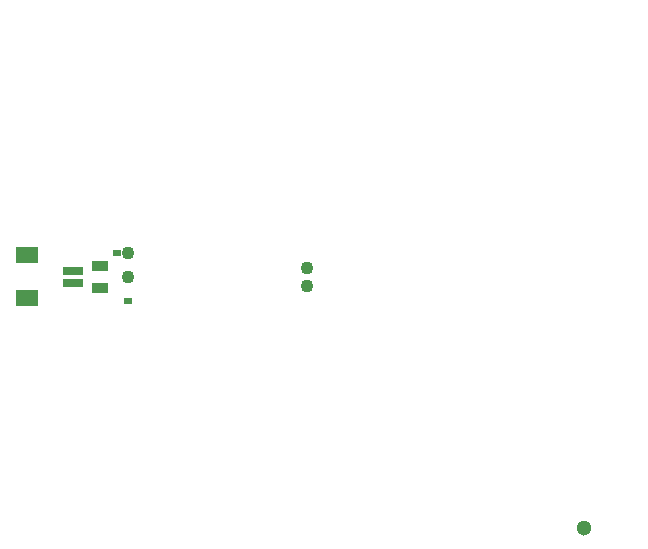
<source format=gts>
G04*
G04 #@! TF.GenerationSoftware,Altium Limited,Altium Designer,23.7.1 (13)*
G04*
G04 Layer_Color=8388736*
%FSLAX25Y25*%
%MOIN*%
G70*
G04*
G04 #@! TF.SameCoordinates,EF7137CB-2ACC-42BF-A9FD-E08E9475024B*
G04*
G04*
G04 #@! TF.FilePolarity,Negative*
G04*
G01*
G75*
%ADD18R,0.02699X0.02499*%
%ADD19R,0.05221X0.03646*%
%ADD20R,0.07687X0.05324*%
%ADD21R,0.06702X0.02962*%
%ADD22C,0.05118*%
%ADD23C,0.00299*%
%ADD24C,0.04299*%
D18*
X38745Y107547D02*
D03*
X42419Y91547D02*
D03*
D19*
X33071Y103248D02*
D03*
Y95965D02*
D03*
D20*
X8661Y92520D02*
D03*
Y106693D02*
D03*
D21*
X24016Y97638D02*
D03*
Y101575D02*
D03*
D22*
X194488Y15748D02*
D03*
D23*
X40453Y187441D02*
D03*
X210453Y17441D02*
D03*
Y187441D02*
D03*
X40453Y17441D02*
D03*
D24*
X42453Y107500D02*
D03*
X102053Y102500D02*
D03*
X42453Y99500D02*
D03*
X102053Y96500D02*
D03*
M02*

</source>
